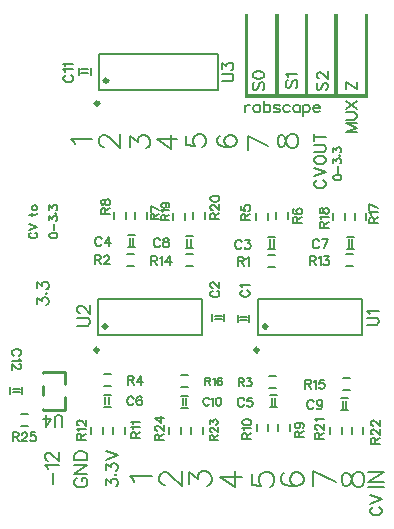
<source format=gto>
G04 Layer: TopSilkscreenLayer*
G04 Panelize: , Column: 5, Row: 1, Board Size: 33mm x 44.75mm, Panelized Board Size: 173mm x 44.75mm*
G04 EasyEDA v6.5.51, 2025-08-29 13:19:12*
G04 ee4e1d7ef05e477ab0e75e15892c94f3,14c8f2514d444a3a831de9b613ea4171,10*
G04 Gerber Generator version 0.2*
G04 Scale: 100 percent, Rotated: No, Reflected: No *
G04 Dimensions in millimeters *
G04 leading zeros omitted , absolute positions ,4 integer and 5 decimal *
%FSLAX45Y45*%
%MOMM*%

%ADD10C,0.1600*%
%ADD11C,0.1500*%
%ADD12C,0.1700*%
%ADD13C,0.2032*%
%ADD14C,0.1300*%
%ADD15C,0.1524*%
%ADD16C,0.0186*%
%ADD17C,0.1530*%
%ADD18C,0.2540*%
%ADD19C,0.3000*%

%LPD*%
D10*
X484438Y-3309922D02*
G01*
X484438Y-3211878D01*
X440750Y-3175810D02*
G01*
X435162Y-3164888D01*
X418906Y-3148632D01*
X533460Y-3148632D01*
X446084Y-3106976D02*
G01*
X440750Y-3106976D01*
X429828Y-3101642D01*
X424240Y-3096054D01*
X418906Y-3085386D01*
X418906Y-3063542D01*
X424240Y-3052620D01*
X429828Y-3047032D01*
X440750Y-3041698D01*
X451672Y-3041698D01*
X462594Y-3047032D01*
X478850Y-3057954D01*
X533460Y-3112564D01*
X533460Y-3036110D01*
D11*
X691288Y-3253262D02*
G01*
X680366Y-3258596D01*
X669444Y-3269518D01*
X663856Y-3280440D01*
X663856Y-3302284D01*
X669444Y-3313206D01*
X680366Y-3324128D01*
X691288Y-3329462D01*
X707544Y-3335050D01*
X734722Y-3335050D01*
X751232Y-3329462D01*
X762154Y-3324128D01*
X773076Y-3313206D01*
X778410Y-3302284D01*
X778410Y-3280440D01*
X773076Y-3269518D01*
X762154Y-3258596D01*
X751232Y-3253262D01*
X734722Y-3253262D01*
X734722Y-3280440D02*
G01*
X734722Y-3253262D01*
X663856Y-3217194D02*
G01*
X778410Y-3217194D01*
X663856Y-3217194D02*
G01*
X778410Y-3140740D01*
X663856Y-3140740D02*
G01*
X778410Y-3140740D01*
X663856Y-3104926D02*
G01*
X778410Y-3104926D01*
X663856Y-3104926D02*
G01*
X663856Y-3066572D01*
X669444Y-3050316D01*
X680366Y-3039394D01*
X691288Y-3033806D01*
X707544Y-3028472D01*
X734722Y-3028472D01*
X751232Y-3033806D01*
X762154Y-3039394D01*
X773076Y-3050316D01*
X778410Y-3066572D01*
X778410Y-3104926D01*
D12*
X939063Y-3315906D02*
G01*
X939063Y-3265868D01*
X975385Y-3293300D01*
X975385Y-3279584D01*
X979957Y-3270440D01*
X984529Y-3265868D01*
X998245Y-3261296D01*
X1007389Y-3261296D01*
X1020851Y-3265868D01*
X1029995Y-3275012D01*
X1034567Y-3288728D01*
X1034567Y-3302190D01*
X1029995Y-3315906D01*
X1025423Y-3320478D01*
X1016279Y-3325050D01*
X1011707Y-3226752D02*
G01*
X1016279Y-3231324D01*
X1020851Y-3226752D01*
X1016279Y-3222180D01*
X1011707Y-3226752D01*
X939063Y-3183064D02*
G01*
X939063Y-3133280D01*
X975385Y-3160458D01*
X975385Y-3146742D01*
X979957Y-3137598D01*
X984529Y-3133280D01*
X998245Y-3128708D01*
X1007389Y-3128708D01*
X1020851Y-3133280D01*
X1029995Y-3142170D01*
X1034567Y-3155886D01*
X1034567Y-3169602D01*
X1029995Y-3183064D01*
X1025423Y-3187636D01*
X1016279Y-3192208D01*
X939063Y-3098736D02*
G01*
X1034567Y-3062160D01*
X939063Y-3025838D02*
G01*
X1034567Y-3062160D01*
D13*
X1174564Y-3284888D02*
G01*
X1165420Y-3266854D01*
X1138242Y-3239422D01*
X1328996Y-3239422D01*
X1433708Y-3315794D02*
G01*
X1424564Y-3315794D01*
X1406276Y-3306904D01*
X1397386Y-3297760D01*
X1388242Y-3279472D01*
X1388242Y-3243150D01*
X1397386Y-3224862D01*
X1406276Y-3215972D01*
X1424564Y-3206828D01*
X1442598Y-3206828D01*
X1460886Y-3215972D01*
X1488064Y-3234006D01*
X1578996Y-3324938D01*
X1578996Y-3197684D01*
X1638165Y-3306726D02*
G01*
X1638165Y-3206904D01*
X1710809Y-3261260D01*
X1710809Y-3234082D01*
X1719953Y-3215794D01*
X1729097Y-3206904D01*
X1756275Y-3197760D01*
X1774563Y-3197760D01*
X1801741Y-3206904D01*
X1820029Y-3224938D01*
X1829173Y-3252370D01*
X1829173Y-3279548D01*
X1820029Y-3306726D01*
X1810885Y-3315870D01*
X1792597Y-3325014D01*
X1898241Y-3244082D02*
G01*
X2025495Y-3335014D01*
X2025495Y-3198616D01*
X1898241Y-3244082D02*
G01*
X2088995Y-3244082D01*
X675995Y-429874D02*
G01*
X667867Y-413618D01*
X643483Y-388980D01*
X815187Y-388980D01*
X919284Y-451871D02*
G01*
X911156Y-451871D01*
X894646Y-443743D01*
X886518Y-435361D01*
X878390Y-419105D01*
X878390Y-386339D01*
X886518Y-370083D01*
X894646Y-361701D01*
X911156Y-353573D01*
X927412Y-353573D01*
X943922Y-361701D01*
X968306Y-378211D01*
X1050094Y-459999D01*
X1050094Y-345445D01*
X1138298Y-448543D02*
G01*
X1138298Y-358627D01*
X1203830Y-407649D01*
X1203830Y-383265D01*
X1211958Y-366755D01*
X1220086Y-358627D01*
X1244724Y-350499D01*
X1260980Y-350499D01*
X1285618Y-358627D01*
X1301874Y-374883D01*
X1310256Y-399521D01*
X1310256Y-424159D01*
X1301874Y-448543D01*
X1293746Y-456671D01*
X1277490Y-465053D01*
X1368389Y-388256D02*
G01*
X1482943Y-470044D01*
X1482943Y-347362D01*
X1368389Y-388256D02*
G01*
X1540093Y-388256D01*
X1613387Y-356892D02*
G01*
X1613387Y-438680D01*
X1687047Y-446808D01*
X1678919Y-438680D01*
X1670537Y-414042D01*
X1670537Y-389658D01*
X1678919Y-365020D01*
X1695175Y-348510D01*
X1719813Y-340382D01*
X1736069Y-340382D01*
X1760707Y-348510D01*
X1776963Y-365020D01*
X1785091Y-389658D01*
X1785091Y-414042D01*
X1776963Y-438680D01*
X1768835Y-446808D01*
X1752325Y-454936D01*
X1897946Y-356781D02*
G01*
X1881436Y-364909D01*
X1873308Y-389547D01*
X1873308Y-405803D01*
X1881436Y-430441D01*
X1906074Y-446697D01*
X1946968Y-455079D01*
X1987862Y-455079D01*
X2020628Y-446697D01*
X2036884Y-430441D01*
X2045266Y-405803D01*
X2045266Y-397675D01*
X2036884Y-373291D01*
X2020628Y-356781D01*
X1995990Y-348653D01*
X1987862Y-348653D01*
X1963478Y-356781D01*
X1946968Y-373291D01*
X1938840Y-397675D01*
X1938840Y-405803D01*
X1946968Y-430441D01*
X1963478Y-446697D01*
X1987862Y-455079D01*
X2138309Y-360334D02*
G01*
X2310267Y-442376D01*
X2138309Y-474888D02*
G01*
X2138309Y-360334D01*
X2388308Y-418990D02*
G01*
X2396436Y-443628D01*
X2412946Y-451756D01*
X2429202Y-451756D01*
X2445712Y-443628D01*
X2453840Y-427372D01*
X2461968Y-394606D01*
X2470096Y-369968D01*
X2486606Y-353712D01*
X2502862Y-345330D01*
X2527500Y-345330D01*
X2543756Y-353712D01*
X2551884Y-361840D01*
X2560266Y-386478D01*
X2560266Y-418990D01*
X2551884Y-443628D01*
X2543756Y-451756D01*
X2527500Y-459884D01*
X2502862Y-459884D01*
X2486606Y-451756D01*
X2470096Y-435500D01*
X2461968Y-410862D01*
X2453840Y-378096D01*
X2445712Y-361840D01*
X2429202Y-353712D01*
X2412946Y-353712D01*
X2396436Y-361840D01*
X2388308Y-386478D01*
X2388308Y-418990D01*
X2168240Y-3221022D02*
G01*
X2168240Y-3311700D01*
X2250028Y-3320844D01*
X2240884Y-3311700D01*
X2231740Y-3284522D01*
X2231740Y-3257344D01*
X2240884Y-3229912D01*
X2259172Y-3211878D01*
X2286350Y-3202734D01*
X2304638Y-3202734D01*
X2331816Y-3211878D01*
X2350104Y-3229912D01*
X2358994Y-3257344D01*
X2358994Y-3284522D01*
X2350104Y-3311700D01*
X2340960Y-3320844D01*
X2322672Y-3329988D01*
X2445418Y-3215845D02*
G01*
X2427384Y-3224989D01*
X2418240Y-3252167D01*
X2418240Y-3270455D01*
X2427384Y-3297633D01*
X2454562Y-3315921D01*
X2500028Y-3325065D01*
X2545494Y-3325065D01*
X2581816Y-3315921D01*
X2600104Y-3297633D01*
X2608994Y-3270455D01*
X2608994Y-3261311D01*
X2600104Y-3234133D01*
X2581816Y-3215845D01*
X2554638Y-3206701D01*
X2545494Y-3206701D01*
X2518062Y-3215845D01*
X2500028Y-3234133D01*
X2490884Y-3261311D01*
X2490884Y-3270455D01*
X2500028Y-3297633D01*
X2518062Y-3315921D01*
X2545494Y-3325065D01*
X2688239Y-3197811D02*
G01*
X2878993Y-3288743D01*
X2688239Y-3325065D02*
G01*
X2688239Y-3197811D01*
X2933156Y-3284491D02*
G01*
X2942300Y-3311923D01*
X2960334Y-3320813D01*
X2978622Y-3320813D01*
X2996910Y-3311923D01*
X3005800Y-3293635D01*
X3014944Y-3257313D01*
X3024088Y-3229881D01*
X3042376Y-3211847D01*
X3060410Y-3202703D01*
X3087588Y-3202703D01*
X3105876Y-3211847D01*
X3115020Y-3220991D01*
X3124164Y-3248169D01*
X3124164Y-3284491D01*
X3115020Y-3311923D01*
X3105876Y-3320813D01*
X3087588Y-3329957D01*
X3060410Y-3329957D01*
X3042376Y-3320813D01*
X3024088Y-3302779D01*
X3014944Y-3275347D01*
X3005800Y-3239025D01*
X2996910Y-3220991D01*
X2978622Y-3211847D01*
X2960334Y-3211847D01*
X2942300Y-3220991D01*
X2933156Y-3248169D01*
X2933156Y-3284491D01*
X2721830Y-731715D02*
G01*
X2712686Y-736287D01*
X2703542Y-745431D01*
X2698970Y-754575D01*
X2698970Y-772609D01*
X2703542Y-781753D01*
X2712686Y-790897D01*
X2721830Y-795469D01*
X2735546Y-800041D01*
X2758152Y-800041D01*
X2771868Y-795469D01*
X2781012Y-790897D01*
X2789902Y-781753D01*
X2794474Y-772609D01*
X2794474Y-754575D01*
X2789902Y-745431D01*
X2781012Y-736287D01*
X2771868Y-731715D01*
X2698970Y-701743D02*
G01*
X2794474Y-665421D01*
X2698970Y-629099D02*
G01*
X2794474Y-665421D01*
X2698970Y-571695D02*
G01*
X2703542Y-580839D01*
X2712686Y-589983D01*
X2721830Y-594555D01*
X2735546Y-599127D01*
X2758152Y-599127D01*
X2771868Y-594555D01*
X2781012Y-589983D01*
X2789902Y-580839D01*
X2794474Y-571695D01*
X2794474Y-553661D01*
X2789902Y-544517D01*
X2781012Y-535373D01*
X2771868Y-530801D01*
X2758152Y-526229D01*
X2735546Y-526229D01*
X2721830Y-530801D01*
X2712686Y-535373D01*
X2703542Y-544517D01*
X2698970Y-553661D01*
X2698970Y-571695D01*
X2698970Y-496257D02*
G01*
X2767296Y-496257D01*
X2781012Y-491685D01*
X2789902Y-482795D01*
X2794474Y-469079D01*
X2794474Y-459935D01*
X2789902Y-446473D01*
X2781012Y-437329D01*
X2767296Y-432757D01*
X2698970Y-432757D01*
X2698970Y-370781D02*
G01*
X2794474Y-370781D01*
X2698970Y-402785D02*
G01*
X2698970Y-339031D01*
X3153740Y-3334969D02*
G01*
X3287344Y-3334969D01*
X3153740Y-3293059D02*
G01*
X3287344Y-3293059D01*
X3153740Y-3293059D02*
G01*
X3287344Y-3203905D01*
X3153740Y-3203905D02*
G01*
X3287344Y-3203905D01*
X354185Y-1781009D02*
G01*
X354185Y-1730971D01*
X390507Y-1758149D01*
X390507Y-1744433D01*
X395079Y-1735543D01*
X399651Y-1730971D01*
X413113Y-1726399D01*
X422257Y-1726399D01*
X435973Y-1730971D01*
X445117Y-1740115D01*
X449435Y-1753577D01*
X449435Y-1767293D01*
X445117Y-1781009D01*
X440545Y-1785327D01*
X431401Y-1789899D01*
X426829Y-1691855D02*
G01*
X431401Y-1696427D01*
X435973Y-1691855D01*
X431401Y-1687283D01*
X426829Y-1691855D01*
X354185Y-1648167D02*
G01*
X354185Y-1598129D01*
X390507Y-1625561D01*
X390507Y-1611845D01*
X395079Y-1602701D01*
X399651Y-1598129D01*
X413113Y-1593557D01*
X422257Y-1593557D01*
X435973Y-1598129D01*
X445117Y-1607273D01*
X449435Y-1620989D01*
X449435Y-1634451D01*
X445117Y-1648167D01*
X440545Y-1652739D01*
X431401Y-1657311D01*
D14*
X300405Y-1177396D02*
G01*
X293801Y-1180444D01*
X287451Y-1186794D01*
X284403Y-1193144D01*
X284403Y-1205844D01*
X287451Y-1212194D01*
X293801Y-1218544D01*
X300405Y-1221846D01*
X309803Y-1224894D01*
X325805Y-1224894D01*
X335203Y-1221846D01*
X341553Y-1218544D01*
X347903Y-1212194D01*
X351205Y-1205844D01*
X351205Y-1193144D01*
X347903Y-1186794D01*
X341553Y-1180444D01*
X335203Y-1177396D01*
X284403Y-1156314D02*
G01*
X351205Y-1130914D01*
X284403Y-1105260D02*
G01*
X351205Y-1130914D01*
X284403Y-1025758D02*
G01*
X338505Y-1025758D01*
X347903Y-1022710D01*
X351205Y-1016360D01*
X351205Y-1010010D01*
X306755Y-1035410D02*
G01*
X306755Y-1013058D01*
X306755Y-972926D02*
G01*
X309803Y-979276D01*
X316153Y-985626D01*
X325805Y-988928D01*
X332155Y-988928D01*
X341553Y-985626D01*
X347903Y-979276D01*
X351205Y-972926D01*
X351205Y-963528D01*
X347903Y-957178D01*
X341553Y-950828D01*
X332155Y-947526D01*
X325805Y-947526D01*
X316153Y-950828D01*
X309803Y-957178D01*
X306755Y-963528D01*
X306755Y-972926D01*
X455853Y-1205844D02*
G01*
X459155Y-1215496D01*
X468807Y-1221846D01*
X484555Y-1224894D01*
X494207Y-1224894D01*
X509955Y-1221846D01*
X519607Y-1215496D01*
X522909Y-1205844D01*
X522909Y-1199494D01*
X519607Y-1190096D01*
X509955Y-1183746D01*
X494207Y-1180444D01*
X484555Y-1180444D01*
X468807Y-1183746D01*
X459155Y-1190096D01*
X455853Y-1199494D01*
X455853Y-1205844D01*
X494207Y-1159362D02*
G01*
X494207Y-1102212D01*
X455853Y-1074780D02*
G01*
X455853Y-1039728D01*
X481507Y-1059032D01*
X481507Y-1049380D01*
X484555Y-1043030D01*
X487857Y-1039728D01*
X497255Y-1036680D01*
X503605Y-1036680D01*
X513257Y-1039728D01*
X519607Y-1046078D01*
X522909Y-1055730D01*
X522909Y-1065382D01*
X519607Y-1074780D01*
X516305Y-1078082D01*
X509955Y-1081130D01*
X506907Y-1012550D02*
G01*
X509955Y-1015598D01*
X513257Y-1012550D01*
X509955Y-1009248D01*
X506907Y-1012550D01*
X455853Y-981816D02*
G01*
X455853Y-947018D01*
X481507Y-966068D01*
X481507Y-956416D01*
X484555Y-950066D01*
X487857Y-947018D01*
X497255Y-943716D01*
X503605Y-943716D01*
X513257Y-947018D01*
X519607Y-953368D01*
X522909Y-962766D01*
X522909Y-972418D01*
X519607Y-981816D01*
X516305Y-985118D01*
X509955Y-988166D01*
X2859443Y-716023D02*
G01*
X2862491Y-725421D01*
X2872143Y-731771D01*
X2887891Y-735073D01*
X2897543Y-735073D01*
X2913545Y-731771D01*
X2922943Y-725421D01*
X2926245Y-716023D01*
X2926245Y-709419D01*
X2922943Y-700021D01*
X2913545Y-693671D01*
X2897543Y-690369D01*
X2887891Y-690369D01*
X2872143Y-693671D01*
X2862491Y-700021D01*
X2859443Y-709419D01*
X2859443Y-716023D01*
X2897543Y-669541D02*
G01*
X2897543Y-612137D01*
X2859443Y-584705D02*
G01*
X2859443Y-549907D01*
X2884843Y-568957D01*
X2884843Y-559305D01*
X2887891Y-552955D01*
X2891193Y-549907D01*
X2900845Y-546605D01*
X2907195Y-546605D01*
X2916593Y-549907D01*
X2922943Y-556257D01*
X2926245Y-565655D01*
X2926245Y-575307D01*
X2922943Y-584705D01*
X2919895Y-588007D01*
X2913545Y-591055D01*
X2910243Y-522475D02*
G01*
X2913545Y-525523D01*
X2916593Y-522475D01*
X2913545Y-519173D01*
X2910243Y-522475D01*
X2859443Y-491995D02*
G01*
X2859443Y-456943D01*
X2884843Y-475993D01*
X2884843Y-466341D01*
X2887891Y-459991D01*
X2891193Y-456943D01*
X2900845Y-453641D01*
X2907195Y-453641D01*
X2916593Y-456943D01*
X2922943Y-463293D01*
X2926245Y-472945D01*
X2926245Y-482343D01*
X2922943Y-491995D01*
X2919895Y-495043D01*
X2913545Y-498345D01*
X2192738Y93644D02*
G01*
X2183594Y84500D01*
X2179022Y71038D01*
X2179022Y52750D01*
X2183594Y39034D01*
X2192738Y29890D01*
X2201882Y29890D01*
X2210772Y34462D01*
X2215344Y39034D01*
X2219916Y48178D01*
X2229060Y75356D01*
X2233632Y84500D01*
X2238204Y89072D01*
X2247348Y93644D01*
X2260810Y93644D01*
X2269954Y84500D01*
X2274526Y71038D01*
X2274526Y52750D01*
X2269954Y39034D01*
X2260810Y29890D01*
X2179022Y150794D02*
G01*
X2183594Y137332D01*
X2197310Y128188D01*
X2219916Y123616D01*
X2233632Y123616D01*
X2256238Y128188D01*
X2269954Y137332D01*
X2274526Y150794D01*
X2274526Y159938D01*
X2269954Y173654D01*
X2256238Y182798D01*
X2233632Y187370D01*
X2219916Y187370D01*
X2197310Y182798D01*
X2183594Y173654D01*
X2179022Y159938D01*
X2179022Y150794D01*
X2472611Y113591D02*
G01*
X2463721Y104447D01*
X2459149Y90985D01*
X2459149Y72697D01*
X2463721Y58981D01*
X2472611Y50091D01*
X2481755Y50091D01*
X2490899Y54663D01*
X2495471Y58981D01*
X2500043Y68125D01*
X2509187Y95557D01*
X2513759Y104447D01*
X2518077Y109019D01*
X2527221Y113591D01*
X2540937Y113591D01*
X2550081Y104447D01*
X2554653Y90985D01*
X2554653Y72697D01*
X2550081Y58981D01*
X2540937Y50091D01*
X2477183Y143563D02*
G01*
X2472611Y152707D01*
X2459149Y166423D01*
X2554653Y166423D01*
X2732636Y93540D02*
G01*
X2723746Y84650D01*
X2719174Y70934D01*
X2719174Y52646D01*
X2723746Y39184D01*
X2732636Y30040D01*
X2741780Y30040D01*
X2750924Y34612D01*
X2755496Y39184D01*
X2760068Y48074D01*
X2769212Y75506D01*
X2773530Y84650D01*
X2778102Y88968D01*
X2787246Y93540D01*
X2800962Y93540D01*
X2810106Y84650D01*
X2814424Y70934D01*
X2814424Y52646D01*
X2810106Y39184D01*
X2800962Y30040D01*
X2741780Y128084D02*
G01*
X2737208Y128084D01*
X2728064Y132656D01*
X2723746Y137228D01*
X2719174Y146372D01*
X2719174Y164660D01*
X2723746Y173550D01*
X2728064Y178122D01*
X2737208Y182694D01*
X2746352Y182694D01*
X2755496Y178122D01*
X2769212Y168978D01*
X2814424Y123512D01*
X2814424Y187266D01*
X2964185Y-324952D02*
G01*
X3059435Y-324952D01*
X2964185Y-324952D02*
G01*
X3059435Y-288630D01*
X2964185Y-252308D02*
G01*
X3059435Y-288630D01*
X2964185Y-252308D02*
G01*
X3059435Y-252308D01*
X2964185Y-222336D02*
G01*
X3032257Y-222336D01*
X3045973Y-217764D01*
X3055117Y-208620D01*
X3059435Y-194904D01*
X3059435Y-185760D01*
X3055117Y-172298D01*
X3045973Y-163154D01*
X3032257Y-158582D01*
X2964185Y-158582D01*
X2964185Y-128610D02*
G01*
X3059435Y-64856D01*
X2964185Y-64856D02*
G01*
X3059435Y-128610D01*
X2964185Y98719D02*
G01*
X3059435Y34965D01*
X2964185Y34965D02*
G01*
X2964185Y98719D01*
X3059435Y34965D02*
G01*
X3059435Y98719D01*
D13*
X3196927Y-3501852D02*
G01*
X3187783Y-3506424D01*
X3178639Y-3515568D01*
X3174067Y-3524458D01*
X3174067Y-3542746D01*
X3178639Y-3551890D01*
X3187783Y-3560780D01*
X3196927Y-3565352D01*
X3210389Y-3569924D01*
X3233249Y-3569924D01*
X3246711Y-3565352D01*
X3255855Y-3560780D01*
X3264999Y-3551890D01*
X3269571Y-3542746D01*
X3269571Y-3524458D01*
X3264999Y-3515568D01*
X3255855Y-3506424D01*
X3246711Y-3501852D01*
X3174067Y-3471880D02*
G01*
X3269571Y-3435558D01*
X3174067Y-3398982D02*
G01*
X3269571Y-3435558D01*
D11*
X2115098Y-95818D02*
G01*
X2115098Y-159572D01*
X2115098Y-123250D02*
G01*
X2119416Y-109534D01*
X2128560Y-100390D01*
X2137704Y-95818D01*
X2151420Y-95818D01*
X2203998Y-95818D02*
G01*
X2195108Y-100390D01*
X2185964Y-109534D01*
X2181392Y-123250D01*
X2181392Y-132394D01*
X2185964Y-145856D01*
X2195108Y-155000D01*
X2203998Y-159572D01*
X2217714Y-159572D01*
X2226858Y-155000D01*
X2236002Y-145856D01*
X2240320Y-132394D01*
X2240320Y-123250D01*
X2236002Y-109534D01*
X2226858Y-100390D01*
X2217714Y-95818D01*
X2203998Y-95818D01*
X2270546Y-64068D02*
G01*
X2270546Y-159572D01*
X2270546Y-109534D02*
G01*
X2279436Y-100390D01*
X2288580Y-95818D01*
X2302296Y-95818D01*
X2311440Y-100390D01*
X2320330Y-109534D01*
X2324902Y-123250D01*
X2324902Y-132394D01*
X2320330Y-145856D01*
X2311440Y-155000D01*
X2302296Y-159572D01*
X2288580Y-159572D01*
X2279436Y-155000D01*
X2270546Y-145856D01*
X2404912Y-109534D02*
G01*
X2400340Y-100390D01*
X2386878Y-95818D01*
X2373162Y-95818D01*
X2359446Y-100390D01*
X2354874Y-109534D01*
X2359446Y-118678D01*
X2368590Y-123250D01*
X2391450Y-127822D01*
X2400340Y-132394D01*
X2404912Y-141284D01*
X2404912Y-145856D01*
X2400340Y-155000D01*
X2386878Y-159572D01*
X2373162Y-159572D01*
X2359446Y-155000D01*
X2354874Y-145856D01*
X2489494Y-109534D02*
G01*
X2480350Y-100390D01*
X2471460Y-95818D01*
X2457744Y-95818D01*
X2448600Y-100390D01*
X2439456Y-109534D01*
X2434884Y-123250D01*
X2434884Y-132394D01*
X2439456Y-145856D01*
X2448600Y-155000D01*
X2457744Y-159572D01*
X2471460Y-159572D01*
X2480350Y-155000D01*
X2489494Y-145856D01*
X2574076Y-95818D02*
G01*
X2574076Y-159572D01*
X2574076Y-109534D02*
G01*
X2564932Y-100390D01*
X2555788Y-95818D01*
X2542326Y-95818D01*
X2533182Y-100390D01*
X2524038Y-109534D01*
X2519466Y-123250D01*
X2519466Y-132394D01*
X2524038Y-145856D01*
X2533182Y-155000D01*
X2542326Y-159572D01*
X2555788Y-159572D01*
X2564932Y-155000D01*
X2574076Y-145856D01*
X2604048Y-95818D02*
G01*
X2604048Y-191322D01*
X2604048Y-109534D02*
G01*
X2613192Y-100390D01*
X2622336Y-95818D01*
X2635798Y-95818D01*
X2644942Y-100390D01*
X2654086Y-109534D01*
X2658658Y-123250D01*
X2658658Y-132394D01*
X2654086Y-145856D01*
X2644942Y-155000D01*
X2635798Y-159572D01*
X2622336Y-159572D01*
X2613192Y-155000D01*
X2604048Y-145856D01*
X2688630Y-123250D02*
G01*
X2743240Y-123250D01*
X2743240Y-114106D01*
X2738668Y-104962D01*
X2734096Y-100390D01*
X2724952Y-95818D01*
X2711236Y-95818D01*
X2702346Y-100390D01*
X2693202Y-109534D01*
X2688630Y-123250D01*
X2688630Y-132394D01*
X2693202Y-145856D01*
X2702346Y-155000D01*
X2711236Y-159572D01*
X2724952Y-159572D01*
X2734096Y-155000D01*
X2743240Y-145856D01*
D15*
X2092439Y-1665450D02*
G01*
X2085073Y-1669006D01*
X2077961Y-1676372D01*
X2074151Y-1683738D01*
X2074151Y-1698216D01*
X2077961Y-1705328D01*
X2085073Y-1712694D01*
X2092439Y-1716250D01*
X2103361Y-1720060D01*
X2121649Y-1720060D01*
X2132571Y-1716250D01*
X2139683Y-1712694D01*
X2147049Y-1705328D01*
X2150605Y-1698216D01*
X2150605Y-1683738D01*
X2147049Y-1676372D01*
X2139683Y-1669006D01*
X2132571Y-1665450D01*
X2088883Y-1641574D02*
G01*
X2085073Y-1634208D01*
X2074151Y-1623286D01*
X2150605Y-1623286D01*
X1837562Y-1670464D02*
G01*
X1830196Y-1674020D01*
X1822830Y-1681386D01*
X1819275Y-1688752D01*
X1819275Y-1703230D01*
X1822830Y-1710342D01*
X1830196Y-1717708D01*
X1837562Y-1721264D01*
X1848485Y-1725074D01*
X1866519Y-1725074D01*
X1877440Y-1721264D01*
X1884806Y-1717708D01*
X1891919Y-1710342D01*
X1895729Y-1703230D01*
X1895729Y-1688752D01*
X1891919Y-1681386D01*
X1884806Y-1674020D01*
X1877440Y-1670464D01*
X1837562Y-1642778D02*
G01*
X1833753Y-1642778D01*
X1826640Y-1639222D01*
X1822830Y-1635666D01*
X1819275Y-1628300D01*
X1819275Y-1613822D01*
X1822830Y-1606456D01*
X1826640Y-1602900D01*
X1833753Y-1599090D01*
X1841119Y-1599090D01*
X1848485Y-1602900D01*
X1859153Y-1610012D01*
X1895729Y-1646334D01*
X1895729Y-1595534D01*
X2084631Y-1257335D02*
G01*
X2080821Y-1250223D01*
X2073709Y-1242857D01*
X2066343Y-1239301D01*
X2051865Y-1239301D01*
X2044499Y-1242857D01*
X2037387Y-1250223D01*
X2033577Y-1257335D01*
X2030021Y-1268257D01*
X2030021Y-1286545D01*
X2033577Y-1297467D01*
X2037387Y-1304833D01*
X2044499Y-1311945D01*
X2051865Y-1315755D01*
X2066343Y-1315755D01*
X2073709Y-1311945D01*
X2080821Y-1304833D01*
X2084631Y-1297467D01*
X2115873Y-1239301D02*
G01*
X2155751Y-1239301D01*
X2133907Y-1268257D01*
X2144829Y-1268257D01*
X2152195Y-1272067D01*
X2155751Y-1275623D01*
X2159561Y-1286545D01*
X2159561Y-1293911D01*
X2155751Y-1304833D01*
X2148639Y-1311945D01*
X2137717Y-1315755D01*
X2126795Y-1315755D01*
X2115873Y-1311945D01*
X2112063Y-1308389D01*
X2108507Y-1301023D01*
X899660Y-1232377D02*
G01*
X895850Y-1225011D01*
X888738Y-1217899D01*
X881372Y-1214089D01*
X866894Y-1214089D01*
X859528Y-1217899D01*
X852416Y-1225011D01*
X848606Y-1232377D01*
X845050Y-1243299D01*
X845050Y-1261333D01*
X848606Y-1272255D01*
X852416Y-1279621D01*
X859528Y-1286987D01*
X866894Y-1290543D01*
X881372Y-1290543D01*
X888738Y-1286987D01*
X895850Y-1279621D01*
X899660Y-1272255D01*
X959858Y-1214089D02*
G01*
X923536Y-1265143D01*
X978146Y-1265143D01*
X959858Y-1214089D02*
G01*
X959858Y-1290543D01*
X2104506Y-2592336D02*
G01*
X2100950Y-2585224D01*
X2093584Y-2577858D01*
X2086472Y-2574302D01*
X2071740Y-2574302D01*
X2064628Y-2577858D01*
X2057262Y-2585224D01*
X2053706Y-2592336D01*
X2049896Y-2603258D01*
X2049896Y-2621546D01*
X2053706Y-2632468D01*
X2057262Y-2639834D01*
X2064628Y-2646946D01*
X2071740Y-2650756D01*
X2086472Y-2650756D01*
X2093584Y-2646946D01*
X2100950Y-2639834D01*
X2104506Y-2632468D01*
X2172070Y-2574302D02*
G01*
X2135748Y-2574302D01*
X2132192Y-2607068D01*
X2135748Y-2603258D01*
X2146670Y-2599702D01*
X2157592Y-2599702D01*
X2168514Y-2603258D01*
X2175880Y-2610624D01*
X2179436Y-2621546D01*
X2179436Y-2628912D01*
X2175880Y-2639834D01*
X2168514Y-2646946D01*
X2157592Y-2650756D01*
X2146670Y-2650756D01*
X2135748Y-2646946D01*
X2132192Y-2643390D01*
X2128636Y-2636024D01*
X1169456Y-2582435D02*
G01*
X1165900Y-2575069D01*
X1158534Y-2567957D01*
X1151422Y-2564147D01*
X1136690Y-2564147D01*
X1129578Y-2567957D01*
X1122212Y-2575069D01*
X1118656Y-2582435D01*
X1115100Y-2593357D01*
X1115100Y-2611645D01*
X1118656Y-2622567D01*
X1122212Y-2629679D01*
X1129578Y-2637045D01*
X1136690Y-2640601D01*
X1151422Y-2640601D01*
X1158534Y-2637045D01*
X1165900Y-2629679D01*
X1169456Y-2622567D01*
X1237274Y-2575069D02*
G01*
X1233464Y-2567957D01*
X1222542Y-2564147D01*
X1215430Y-2564147D01*
X1204508Y-2567957D01*
X1197142Y-2578879D01*
X1193586Y-2596913D01*
X1193586Y-2615201D01*
X1197142Y-2629679D01*
X1204508Y-2637045D01*
X1215430Y-2640601D01*
X1218986Y-2640601D01*
X1229908Y-2637045D01*
X1237274Y-2629679D01*
X1240830Y-2618757D01*
X1240830Y-2615201D01*
X1237274Y-2604279D01*
X1229908Y-2596913D01*
X1218986Y-2593357D01*
X1215430Y-2593357D01*
X1204508Y-2596913D01*
X1197142Y-2604279D01*
X1193586Y-2615201D01*
X1394538Y-1242456D02*
G01*
X1390982Y-1235090D01*
X1383616Y-1227978D01*
X1376504Y-1224168D01*
X1361772Y-1224168D01*
X1354660Y-1227978D01*
X1347294Y-1235090D01*
X1343738Y-1242456D01*
X1340182Y-1253378D01*
X1340182Y-1271412D01*
X1343738Y-1282334D01*
X1347294Y-1289700D01*
X1354660Y-1297066D01*
X1361772Y-1300622D01*
X1376504Y-1300622D01*
X1383616Y-1297066D01*
X1390982Y-1289700D01*
X1394538Y-1282334D01*
X1436702Y-1224168D02*
G01*
X1425780Y-1227978D01*
X1422224Y-1235090D01*
X1422224Y-1242456D01*
X1425780Y-1249822D01*
X1433146Y-1253378D01*
X1447624Y-1256934D01*
X1458546Y-1260744D01*
X1465912Y-1267856D01*
X1469468Y-1275222D01*
X1469468Y-1286144D01*
X1465912Y-1293256D01*
X1462356Y-1297066D01*
X1451434Y-1300622D01*
X1436702Y-1300622D01*
X1425780Y-1297066D01*
X1422224Y-1293256D01*
X1418668Y-1286144D01*
X1418668Y-1275222D01*
X1422224Y-1267856D01*
X1429590Y-1260744D01*
X1440512Y-1256934D01*
X1454990Y-1253378D01*
X1462356Y-1249822D01*
X1465912Y-1242456D01*
X1465912Y-1235090D01*
X1462356Y-1227978D01*
X1451434Y-1224168D01*
X1436702Y-1224168D01*
X2694480Y-2612509D02*
G01*
X2690924Y-2605143D01*
X2683558Y-2598031D01*
X2676446Y-2594221D01*
X2661714Y-2594221D01*
X2654602Y-2598031D01*
X2647236Y-2605143D01*
X2643680Y-2612509D01*
X2639870Y-2623431D01*
X2639870Y-2641465D01*
X2643680Y-2652387D01*
X2647236Y-2659753D01*
X2654602Y-2667119D01*
X2661714Y-2670675D01*
X2676446Y-2670675D01*
X2683558Y-2667119D01*
X2690924Y-2659753D01*
X2694480Y-2652387D01*
X2765854Y-2619621D02*
G01*
X2762298Y-2630543D01*
X2754932Y-2637909D01*
X2744010Y-2641465D01*
X2740454Y-2641465D01*
X2729532Y-2637909D01*
X2722166Y-2630543D01*
X2718610Y-2619621D01*
X2718610Y-2616065D01*
X2722166Y-2605143D01*
X2729532Y-2598031D01*
X2740454Y-2594221D01*
X2744010Y-2594221D01*
X2754932Y-2598031D01*
X2762298Y-2605143D01*
X2765854Y-2619621D01*
X2765854Y-2637909D01*
X2762298Y-2656197D01*
X2754932Y-2667119D01*
X2744010Y-2670675D01*
X2736644Y-2670675D01*
X2725722Y-2667119D01*
X2722166Y-2659753D01*
X1807850Y-2590233D02*
G01*
X1804548Y-2583883D01*
X1798198Y-2577533D01*
X1791848Y-2574485D01*
X1779148Y-2574485D01*
X1772798Y-2577533D01*
X1766448Y-2583883D01*
X1763146Y-2590233D01*
X1760098Y-2599885D01*
X1760098Y-2615633D01*
X1763146Y-2625285D01*
X1766448Y-2631635D01*
X1772798Y-2637985D01*
X1779148Y-2641287D01*
X1791848Y-2641287D01*
X1798198Y-2637985D01*
X1804548Y-2631635D01*
X1807850Y-2625285D01*
X1828678Y-2587185D02*
G01*
X1835028Y-2583883D01*
X1844680Y-2574485D01*
X1844680Y-2641287D01*
X1884812Y-2574485D02*
G01*
X1875160Y-2577533D01*
X1868810Y-2587185D01*
X1865508Y-2602933D01*
X1865508Y-2612585D01*
X1868810Y-2628333D01*
X1875160Y-2637985D01*
X1884812Y-2641287D01*
X1891162Y-2641287D01*
X1900560Y-2637985D01*
X1906910Y-2628333D01*
X1910212Y-2612585D01*
X1910212Y-2602933D01*
X1906910Y-2587185D01*
X1900560Y-2577533D01*
X1891162Y-2574485D01*
X1884812Y-2574485D01*
X594707Y156441D02*
G01*
X586579Y152377D01*
X578197Y143995D01*
X574133Y135867D01*
X574133Y119611D01*
X578197Y111483D01*
X586579Y103101D01*
X594707Y99037D01*
X606899Y94973D01*
X627473Y94973D01*
X639665Y99037D01*
X647793Y103101D01*
X655921Y111483D01*
X659985Y119611D01*
X659985Y135867D01*
X655921Y143995D01*
X647793Y152377D01*
X639665Y156441D01*
X590643Y183365D02*
G01*
X586579Y191493D01*
X574133Y203939D01*
X659985Y203939D01*
X590643Y230863D02*
G01*
X586579Y238991D01*
X574133Y251183D01*
X659985Y251183D01*
X197451Y-2219655D02*
G01*
X204817Y-2215845D01*
X212183Y-2208733D01*
X215739Y-2201367D01*
X215739Y-2186889D01*
X212183Y-2179523D01*
X204817Y-2172157D01*
X197451Y-2168601D01*
X186529Y-2165045D01*
X168495Y-2165045D01*
X157573Y-2168601D01*
X150207Y-2172157D01*
X143095Y-2179523D01*
X139285Y-2186889D01*
X139285Y-2201367D01*
X143095Y-2208733D01*
X150207Y-2215845D01*
X157573Y-2219655D01*
X201261Y-2243531D02*
G01*
X204817Y-2250897D01*
X215739Y-2261819D01*
X139285Y-2261819D01*
X197451Y-2289251D02*
G01*
X201261Y-2289251D01*
X208373Y-2293061D01*
X212183Y-2296617D01*
X215739Y-2303983D01*
X215739Y-2318461D01*
X212183Y-2325827D01*
X208373Y-2329383D01*
X201261Y-2332939D01*
X193895Y-2332939D01*
X186529Y-2329383D01*
X175607Y-2322017D01*
X139285Y-2285695D01*
X139285Y-2336749D01*
X2050061Y-1384167D02*
G01*
X2050061Y-1460621D01*
X2050061Y-1384167D02*
G01*
X2082827Y-1384167D01*
X2093749Y-1387977D01*
X2097305Y-1391533D01*
X2100861Y-1398899D01*
X2100861Y-1406011D01*
X2097305Y-1413377D01*
X2093749Y-1416933D01*
X2082827Y-1420743D01*
X2050061Y-1420743D01*
X2075461Y-1420743D02*
G01*
X2100861Y-1460621D01*
X2124991Y-1398899D02*
G01*
X2132103Y-1395089D01*
X2143025Y-1384167D01*
X2143025Y-1460621D01*
X840049Y-1369326D02*
G01*
X840049Y-1445526D01*
X840049Y-1369326D02*
G01*
X872815Y-1369326D01*
X883737Y-1372882D01*
X887293Y-1376438D01*
X890849Y-1383804D01*
X890849Y-1391170D01*
X887293Y-1398282D01*
X883737Y-1402092D01*
X872815Y-1405648D01*
X840049Y-1405648D01*
X865449Y-1405648D02*
G01*
X890849Y-1445526D01*
X918535Y-1387360D02*
G01*
X918535Y-1383804D01*
X922091Y-1376438D01*
X925901Y-1372882D01*
X933013Y-1369326D01*
X947745Y-1369326D01*
X954857Y-1372882D01*
X958667Y-1376438D01*
X962223Y-1383804D01*
X962223Y-1391170D01*
X958667Y-1398282D01*
X951301Y-1409204D01*
X914979Y-1445526D01*
X965779Y-1445526D01*
X2060072Y-2409357D02*
G01*
X2060072Y-2476159D01*
X2060072Y-2409357D02*
G01*
X2088520Y-2409357D01*
X2098172Y-2412659D01*
X2101474Y-2415707D01*
X2104522Y-2422057D01*
X2104522Y-2428407D01*
X2101474Y-2434757D01*
X2098172Y-2438059D01*
X2088520Y-2441107D01*
X2060072Y-2441107D01*
X2082170Y-2441107D02*
G01*
X2104522Y-2476159D01*
X2131954Y-2409357D02*
G01*
X2167006Y-2409357D01*
X2147702Y-2434757D01*
X2157354Y-2434757D01*
X2163704Y-2438059D01*
X2167006Y-2441107D01*
X2170054Y-2450759D01*
X2170054Y-2457109D01*
X2167006Y-2466507D01*
X2160656Y-2473111D01*
X2151004Y-2476159D01*
X2141352Y-2476159D01*
X2131954Y-2473111D01*
X2128652Y-2469809D01*
X2125604Y-2463459D01*
X1120023Y-2389146D02*
G01*
X1120023Y-2465600D01*
X1120023Y-2389146D02*
G01*
X1152789Y-2389146D01*
X1163711Y-2392956D01*
X1167267Y-2396512D01*
X1170823Y-2403878D01*
X1170823Y-2410990D01*
X1167267Y-2418356D01*
X1163711Y-2421912D01*
X1152789Y-2425722D01*
X1120023Y-2425722D01*
X1145423Y-2425722D02*
G01*
X1170823Y-2465600D01*
X1231275Y-2389146D02*
G01*
X1194953Y-2440200D01*
X1249563Y-2440200D01*
X1231275Y-2389146D02*
G01*
X1231275Y-2465600D01*
X2079147Y-1069896D02*
G01*
X2155601Y-1069896D01*
X2079147Y-1069896D02*
G01*
X2079147Y-1037384D01*
X2082957Y-1026462D01*
X2086513Y-1022652D01*
X2093879Y-1019096D01*
X2100991Y-1019096D01*
X2108357Y-1022652D01*
X2111913Y-1026462D01*
X2115723Y-1037384D01*
X2115723Y-1069896D01*
X2115723Y-1044496D02*
G01*
X2155601Y-1019096D01*
X2079147Y-951532D02*
G01*
X2079147Y-987854D01*
X2111913Y-991410D01*
X2108357Y-987854D01*
X2104801Y-976932D01*
X2104801Y-966010D01*
X2108357Y-955088D01*
X2115723Y-947722D01*
X2126645Y-944166D01*
X2133757Y-944166D01*
X2144679Y-947722D01*
X2152045Y-955088D01*
X2155601Y-966010D01*
X2155601Y-976932D01*
X2152045Y-987854D01*
X2148235Y-991410D01*
X2141123Y-994966D01*
X2519248Y-1094872D02*
G01*
X2595702Y-1094872D01*
X2519248Y-1094872D02*
G01*
X2519248Y-1062360D01*
X2522804Y-1051438D01*
X2526614Y-1047628D01*
X2533726Y-1044072D01*
X2541092Y-1044072D01*
X2548458Y-1047628D01*
X2552014Y-1051438D01*
X2555570Y-1062360D01*
X2555570Y-1094872D01*
X2555570Y-1069472D02*
G01*
X2595702Y-1044072D01*
X2530170Y-976508D02*
G01*
X2522804Y-980064D01*
X2519248Y-990986D01*
X2519248Y-998352D01*
X2522804Y-1009274D01*
X2533726Y-1016386D01*
X2552014Y-1020196D01*
X2570302Y-1020196D01*
X2584780Y-1016386D01*
X2591892Y-1009274D01*
X2595702Y-998352D01*
X2595702Y-994542D01*
X2591892Y-983620D01*
X2584780Y-976508D01*
X2573858Y-972698D01*
X2570302Y-972698D01*
X2559380Y-976508D01*
X2552014Y-983620D01*
X2548458Y-994542D01*
X2548458Y-998352D01*
X2552014Y-1009274D01*
X2559380Y-1016386D01*
X2570302Y-1020196D01*
X1314460Y-1065039D02*
G01*
X1381262Y-1065039D01*
X1314460Y-1065039D02*
G01*
X1314460Y-1036337D01*
X1317508Y-1026939D01*
X1320810Y-1023637D01*
X1327160Y-1020335D01*
X1333510Y-1020335D01*
X1339860Y-1023637D01*
X1342908Y-1026939D01*
X1346210Y-1036337D01*
X1346210Y-1065039D01*
X1346210Y-1042687D02*
G01*
X1381262Y-1020335D01*
X1314460Y-954803D02*
G01*
X1381262Y-986807D01*
X1314460Y-999507D02*
G01*
X1314460Y-954803D01*
X894252Y-1020099D02*
G01*
X970706Y-1020099D01*
X894252Y-1020099D02*
G01*
X894252Y-987333D01*
X897808Y-976411D01*
X901618Y-972601D01*
X908730Y-969045D01*
X916096Y-969045D01*
X923462Y-972601D01*
X927018Y-976411D01*
X930574Y-987333D01*
X930574Y-1020099D01*
X930574Y-994445D02*
G01*
X970706Y-969045D01*
X894252Y-926881D02*
G01*
X897808Y-937803D01*
X905174Y-941359D01*
X912540Y-941359D01*
X919652Y-937803D01*
X923462Y-930437D01*
X927018Y-915959D01*
X930574Y-905037D01*
X937940Y-897925D01*
X945306Y-894115D01*
X955974Y-894115D01*
X963340Y-897925D01*
X966896Y-901481D01*
X970706Y-912403D01*
X970706Y-926881D01*
X966896Y-937803D01*
X963340Y-941359D01*
X955974Y-945169D01*
X945306Y-945169D01*
X937940Y-941359D01*
X930574Y-934247D01*
X927018Y-923325D01*
X923462Y-908847D01*
X919652Y-901481D01*
X912540Y-897925D01*
X905174Y-897925D01*
X897808Y-901481D01*
X894252Y-912403D01*
X894252Y-926881D01*
X2534323Y-2910075D02*
G01*
X2610523Y-2910075D01*
X2534323Y-2910075D02*
G01*
X2534323Y-2877309D01*
X2537879Y-2866387D01*
X2541435Y-2862831D01*
X2548801Y-2859021D01*
X2556167Y-2859021D01*
X2563279Y-2862831D01*
X2567089Y-2866387D01*
X2570645Y-2877309D01*
X2570645Y-2910075D01*
X2570645Y-2884421D02*
G01*
X2610523Y-2859021D01*
X2559723Y-2787901D02*
G01*
X2570645Y-2791457D01*
X2578011Y-2798823D01*
X2581567Y-2809745D01*
X2581567Y-2813301D01*
X2578011Y-2824223D01*
X2570645Y-2831335D01*
X2559723Y-2835145D01*
X2556167Y-2835145D01*
X2545245Y-2831335D01*
X2537879Y-2824223D01*
X2534323Y-2813301D01*
X2534323Y-2809745D01*
X2537879Y-2798823D01*
X2545245Y-2791457D01*
X2559723Y-2787901D01*
X2578011Y-2787901D01*
X2596045Y-2791457D01*
X2606967Y-2798823D01*
X2610523Y-2809745D01*
X2610523Y-2816857D01*
X2606967Y-2827779D01*
X2599601Y-2831335D01*
X2089241Y-2924909D02*
G01*
X2165695Y-2924909D01*
X2089241Y-2924909D02*
G01*
X2089241Y-2892143D01*
X2092797Y-2881475D01*
X2096607Y-2877665D01*
X2103719Y-2874109D01*
X2111085Y-2874109D01*
X2118451Y-2877665D01*
X2122007Y-2881475D01*
X2125563Y-2892143D01*
X2125563Y-2924909D01*
X2125563Y-2899509D02*
G01*
X2165695Y-2874109D01*
X2103719Y-2849979D02*
G01*
X2100163Y-2842867D01*
X2089241Y-2831945D01*
X2165695Y-2831945D01*
X2089241Y-2785971D02*
G01*
X2092797Y-2796893D01*
X2103719Y-2804259D01*
X2122007Y-2807815D01*
X2132929Y-2807815D01*
X2150963Y-2804259D01*
X2161885Y-2796893D01*
X2165695Y-2785971D01*
X2165695Y-2778859D01*
X2161885Y-2767937D01*
X2150963Y-2760571D01*
X2132929Y-2757015D01*
X2122007Y-2757015D01*
X2103719Y-2760571D01*
X2092797Y-2767937D01*
X2089241Y-2778859D01*
X2089241Y-2785971D01*
X1149327Y-2914919D02*
G01*
X1225527Y-2914919D01*
X1149327Y-2914919D02*
G01*
X1149327Y-2882153D01*
X1152883Y-2871485D01*
X1156439Y-2867675D01*
X1163805Y-2864119D01*
X1171171Y-2864119D01*
X1178283Y-2867675D01*
X1182093Y-2871485D01*
X1185649Y-2882153D01*
X1185649Y-2914919D01*
X1185649Y-2889519D02*
G01*
X1225527Y-2864119D01*
X1163805Y-2839989D02*
G01*
X1160249Y-2832877D01*
X1149327Y-2821955D01*
X1225527Y-2821955D01*
X1163805Y-2797825D02*
G01*
X1160249Y-2790713D01*
X1149327Y-2779791D01*
X1225527Y-2779791D01*
X689251Y-2930095D02*
G01*
X765705Y-2930095D01*
X689251Y-2930095D02*
G01*
X689251Y-2897329D01*
X692807Y-2886407D01*
X696617Y-2882597D01*
X703729Y-2879041D01*
X711095Y-2879041D01*
X718461Y-2882597D01*
X722017Y-2886407D01*
X725573Y-2897329D01*
X725573Y-2930095D01*
X725573Y-2904441D02*
G01*
X765705Y-2879041D01*
X703729Y-2855165D02*
G01*
X700173Y-2847799D01*
X689251Y-2836877D01*
X765705Y-2836877D01*
X707539Y-2809191D02*
G01*
X703729Y-2809191D01*
X696617Y-2805635D01*
X692807Y-2802079D01*
X689251Y-2794713D01*
X689251Y-2780235D01*
X692807Y-2772869D01*
X696617Y-2769313D01*
X703729Y-2765757D01*
X711095Y-2765757D01*
X718461Y-2769313D01*
X729383Y-2776425D01*
X765705Y-2813001D01*
X765705Y-2761947D01*
X2659928Y-1379085D02*
G01*
X2659928Y-1455539D01*
X2659928Y-1379085D02*
G01*
X2692694Y-1379085D01*
X2703616Y-1382895D01*
X2707172Y-1386451D01*
X2710728Y-1393817D01*
X2710728Y-1400929D01*
X2707172Y-1408295D01*
X2703616Y-1411851D01*
X2692694Y-1415661D01*
X2659928Y-1415661D01*
X2685328Y-1415661D02*
G01*
X2710728Y-1455539D01*
X2734858Y-1393817D02*
G01*
X2742224Y-1390007D01*
X2752892Y-1379085D01*
X2752892Y-1455539D01*
X2784388Y-1379085D02*
G01*
X2824266Y-1379085D01*
X2802422Y-1408295D01*
X2813344Y-1408295D01*
X2820710Y-1411851D01*
X2824266Y-1415661D01*
X2827822Y-1426583D01*
X2827822Y-1433695D01*
X2824266Y-1444617D01*
X2816900Y-1451983D01*
X2806232Y-1455539D01*
X2795310Y-1455539D01*
X2784388Y-1451983D01*
X2780578Y-1448173D01*
X2777022Y-1441061D01*
X1320022Y-1379250D02*
G01*
X1320022Y-1455704D01*
X1320022Y-1379250D02*
G01*
X1352788Y-1379250D01*
X1363710Y-1382806D01*
X1367266Y-1386616D01*
X1370822Y-1393728D01*
X1370822Y-1401094D01*
X1367266Y-1408460D01*
X1363710Y-1412016D01*
X1352788Y-1415572D01*
X1320022Y-1415572D01*
X1345422Y-1415572D02*
G01*
X1370822Y-1455704D01*
X1394952Y-1393728D02*
G01*
X1402064Y-1390172D01*
X1412986Y-1379250D01*
X1412986Y-1455704D01*
X1473438Y-1379250D02*
G01*
X1437116Y-1430304D01*
X1491726Y-1430304D01*
X1473438Y-1379250D02*
G01*
X1473438Y-1455704D01*
X2620091Y-2424320D02*
G01*
X2620091Y-2500520D01*
X2620091Y-2424320D02*
G01*
X2652603Y-2424320D01*
X2663525Y-2427876D01*
X2667335Y-2431432D01*
X2670891Y-2438798D01*
X2670891Y-2446164D01*
X2667335Y-2453276D01*
X2663525Y-2457086D01*
X2652603Y-2460642D01*
X2620091Y-2460642D01*
X2645491Y-2460642D02*
G01*
X2670891Y-2500520D01*
X2695021Y-2438798D02*
G01*
X2702133Y-2435242D01*
X2713055Y-2424320D01*
X2713055Y-2500520D01*
X2780619Y-2424320D02*
G01*
X2744297Y-2424320D01*
X2740741Y-2457086D01*
X2744297Y-2453276D01*
X2755219Y-2449720D01*
X2766141Y-2449720D01*
X2777063Y-2453276D01*
X2784429Y-2460642D01*
X2787985Y-2471564D01*
X2787985Y-2478930D01*
X2784429Y-2489598D01*
X2777063Y-2496964D01*
X2766141Y-2500520D01*
X2755219Y-2500520D01*
X2744297Y-2496964D01*
X2740741Y-2493408D01*
X2737185Y-2486042D01*
X1774921Y-2404460D02*
G01*
X1774921Y-2471262D01*
X1774921Y-2404460D02*
G01*
X1803623Y-2404460D01*
X1813275Y-2407508D01*
X1816323Y-2410810D01*
X1819625Y-2417160D01*
X1819625Y-2423510D01*
X1816323Y-2429860D01*
X1813275Y-2432908D01*
X1803623Y-2436210D01*
X1774921Y-2436210D01*
X1797273Y-2436210D02*
G01*
X1819625Y-2471262D01*
X1840453Y-2417160D02*
G01*
X1846803Y-2413858D01*
X1856455Y-2404460D01*
X1856455Y-2471262D01*
X1915637Y-2413858D02*
G01*
X1912335Y-2407508D01*
X1902937Y-2404460D01*
X1896587Y-2404460D01*
X1886935Y-2407508D01*
X1880585Y-2417160D01*
X1877537Y-2432908D01*
X1877537Y-2448910D01*
X1880585Y-2461610D01*
X1886935Y-2467960D01*
X1896587Y-2471262D01*
X1899635Y-2471262D01*
X1909287Y-2467960D01*
X1915637Y-2461610D01*
X1918939Y-2452212D01*
X1918939Y-2448910D01*
X1915637Y-2439258D01*
X1909287Y-2432908D01*
X1899635Y-2429860D01*
X1896587Y-2429860D01*
X1886935Y-2432908D01*
X1880585Y-2439258D01*
X1877537Y-2448910D01*
X3164222Y-1099997D02*
G01*
X3240676Y-1099997D01*
X3164222Y-1099997D02*
G01*
X3164222Y-1067231D01*
X3167778Y-1056309D01*
X3171588Y-1052753D01*
X3178700Y-1049197D01*
X3186066Y-1049197D01*
X3193432Y-1052753D01*
X3196988Y-1056309D01*
X3200544Y-1067231D01*
X3200544Y-1099997D01*
X3200544Y-1074597D02*
G01*
X3240676Y-1049197D01*
X3178700Y-1025067D02*
G01*
X3175144Y-1017701D01*
X3164222Y-1007033D01*
X3240676Y-1007033D01*
X3164222Y-932103D02*
G01*
X3240676Y-968425D01*
X3164222Y-982903D02*
G01*
X3164222Y-932103D01*
X2744249Y-1134897D02*
G01*
X2820703Y-1134897D01*
X2744249Y-1134897D02*
G01*
X2744249Y-1102385D01*
X2747805Y-1091463D01*
X2751615Y-1087653D01*
X2758727Y-1084097D01*
X2766093Y-1084097D01*
X2773459Y-1087653D01*
X2777015Y-1091463D01*
X2780571Y-1102385D01*
X2780571Y-1134897D01*
X2780571Y-1109497D02*
G01*
X2820703Y-1084097D01*
X2758727Y-1059967D02*
G01*
X2755171Y-1052855D01*
X2744249Y-1041933D01*
X2820703Y-1041933D01*
X2744249Y-999769D02*
G01*
X2747805Y-1010691D01*
X2755171Y-1014247D01*
X2762537Y-1014247D01*
X2769649Y-1010691D01*
X2773459Y-1003325D01*
X2777015Y-988847D01*
X2780571Y-977925D01*
X2787937Y-970559D01*
X2795303Y-967003D01*
X2805971Y-967003D01*
X2813337Y-970559D01*
X2816893Y-974369D01*
X2820703Y-985291D01*
X2820703Y-999769D01*
X2816893Y-1010691D01*
X2813337Y-1014247D01*
X2805971Y-1017803D01*
X2795303Y-1017803D01*
X2787937Y-1014247D01*
X2780571Y-1006881D01*
X2777015Y-996213D01*
X2773459Y-981481D01*
X2769649Y-974369D01*
X2762537Y-970559D01*
X2755171Y-970559D01*
X2747805Y-974369D01*
X2744249Y-985291D01*
X2744249Y-999769D01*
X1404459Y-1069947D02*
G01*
X1471261Y-1069947D01*
X1404459Y-1069947D02*
G01*
X1404459Y-1041245D01*
X1407507Y-1031847D01*
X1410809Y-1028545D01*
X1417159Y-1025497D01*
X1423509Y-1025497D01*
X1429859Y-1028545D01*
X1432907Y-1031847D01*
X1436209Y-1041245D01*
X1436209Y-1069947D01*
X1436209Y-1047849D02*
G01*
X1471261Y-1025497D01*
X1417159Y-1004415D02*
G01*
X1413857Y-998065D01*
X1404459Y-988667D01*
X1471261Y-988667D01*
X1426557Y-926183D02*
G01*
X1436209Y-929485D01*
X1442559Y-935835D01*
X1445607Y-945233D01*
X1445607Y-948535D01*
X1442559Y-957933D01*
X1436209Y-964283D01*
X1426557Y-967585D01*
X1423509Y-967585D01*
X1413857Y-964283D01*
X1407507Y-957933D01*
X1404459Y-948535D01*
X1404459Y-945233D01*
X1407507Y-935835D01*
X1413857Y-929485D01*
X1426557Y-926183D01*
X1442559Y-926183D01*
X1458561Y-929485D01*
X1467959Y-935835D01*
X1471261Y-945233D01*
X1471261Y-951583D01*
X1467959Y-961235D01*
X1461609Y-964283D01*
X1819325Y-1064973D02*
G01*
X1895525Y-1064973D01*
X1819325Y-1064973D02*
G01*
X1819325Y-1032207D01*
X1822881Y-1021285D01*
X1826437Y-1017729D01*
X1833803Y-1014173D01*
X1841169Y-1014173D01*
X1848281Y-1017729D01*
X1852091Y-1021285D01*
X1855647Y-1032207D01*
X1855647Y-1064973D01*
X1855647Y-1039573D02*
G01*
X1895525Y-1014173D01*
X1837359Y-986487D02*
G01*
X1833803Y-986487D01*
X1826437Y-982931D01*
X1822881Y-979121D01*
X1819325Y-972009D01*
X1819325Y-957277D01*
X1822881Y-950165D01*
X1826437Y-946355D01*
X1833803Y-942799D01*
X1841169Y-942799D01*
X1848281Y-946355D01*
X1859203Y-953721D01*
X1895525Y-990043D01*
X1895525Y-939243D01*
X1819325Y-893269D02*
G01*
X1822881Y-904191D01*
X1833803Y-911557D01*
X1852091Y-915113D01*
X1863013Y-915113D01*
X1881047Y-911557D01*
X1891969Y-904191D01*
X1895525Y-893269D01*
X1895525Y-886157D01*
X1891969Y-875235D01*
X1881047Y-867869D01*
X1863013Y-864313D01*
X1852091Y-864313D01*
X1833803Y-867869D01*
X1822881Y-875235D01*
X1819325Y-886157D01*
X1819325Y-893269D01*
X2704279Y-2925069D02*
G01*
X2780733Y-2925069D01*
X2704279Y-2925069D02*
G01*
X2704279Y-2892303D01*
X2707835Y-2881381D01*
X2711645Y-2877825D01*
X2718757Y-2874015D01*
X2726123Y-2874015D01*
X2733235Y-2877825D01*
X2737045Y-2881381D01*
X2740601Y-2892303D01*
X2740601Y-2925069D01*
X2740601Y-2899415D02*
G01*
X2780733Y-2874015D01*
X2722567Y-2846329D02*
G01*
X2718757Y-2846329D01*
X2711645Y-2842773D01*
X2707835Y-2839217D01*
X2704279Y-2831851D01*
X2704279Y-2817373D01*
X2707835Y-2810007D01*
X2711645Y-2806451D01*
X2718757Y-2802895D01*
X2726123Y-2802895D01*
X2733235Y-2806451D01*
X2744157Y-2813817D01*
X2780733Y-2850139D01*
X2780733Y-2799085D01*
X2718757Y-2775209D02*
G01*
X2715201Y-2767843D01*
X2704279Y-2756921D01*
X2780733Y-2756921D01*
X3179234Y-2965058D02*
G01*
X3255688Y-2965058D01*
X3179234Y-2965058D02*
G01*
X3179234Y-2932292D01*
X3182790Y-2921370D01*
X3186600Y-2917814D01*
X3193712Y-2914004D01*
X3201078Y-2914004D01*
X3208444Y-2917814D01*
X3212000Y-2921370D01*
X3215556Y-2932292D01*
X3215556Y-2965058D01*
X3215556Y-2939658D02*
G01*
X3255688Y-2914004D01*
X3197522Y-2886572D02*
G01*
X3193712Y-2886572D01*
X3186600Y-2882762D01*
X3182790Y-2879206D01*
X3179234Y-2871840D01*
X3179234Y-2857362D01*
X3182790Y-2849996D01*
X3186600Y-2846440D01*
X3193712Y-2842884D01*
X3201078Y-2842884D01*
X3208444Y-2846440D01*
X3219366Y-2853806D01*
X3255688Y-2890128D01*
X3255688Y-2839074D01*
X3197522Y-2811642D02*
G01*
X3193712Y-2811642D01*
X3186600Y-2807832D01*
X3182790Y-2804276D01*
X3179234Y-2796910D01*
X3179234Y-2782432D01*
X3182790Y-2775066D01*
X3186600Y-2771510D01*
X3193712Y-2767954D01*
X3201078Y-2767954D01*
X3208444Y-2771510D01*
X3219366Y-2778876D01*
X3255688Y-2815198D01*
X3255688Y-2764144D01*
X1814385Y-2935020D02*
G01*
X1881187Y-2935020D01*
X1814385Y-2935020D02*
G01*
X1814385Y-2906318D01*
X1817433Y-2896920D01*
X1820735Y-2893618D01*
X1827085Y-2890570D01*
X1833435Y-2890570D01*
X1839785Y-2893618D01*
X1843087Y-2896920D01*
X1846135Y-2906318D01*
X1846135Y-2935020D01*
X1846135Y-2912668D02*
G01*
X1881187Y-2890570D01*
X1830387Y-2866186D02*
G01*
X1827085Y-2866186D01*
X1820735Y-2863138D01*
X1817433Y-2859836D01*
X1814385Y-2853486D01*
X1814385Y-2840786D01*
X1817433Y-2834436D01*
X1820735Y-2831388D01*
X1827085Y-2828086D01*
X1833435Y-2828086D01*
X1839785Y-2831388D01*
X1849437Y-2837738D01*
X1881187Y-2869488D01*
X1881187Y-2824784D01*
X1814385Y-2797606D02*
G01*
X1814385Y-2762554D01*
X1839785Y-2781604D01*
X1839785Y-2772206D01*
X1843087Y-2765602D01*
X1846135Y-2762554D01*
X1855787Y-2759252D01*
X1862137Y-2759252D01*
X1871535Y-2762554D01*
X1877885Y-2768904D01*
X1881187Y-2778556D01*
X1881187Y-2787954D01*
X1877885Y-2797606D01*
X1874837Y-2800654D01*
X1868487Y-2803956D01*
X1349199Y-2935053D02*
G01*
X1425653Y-2935053D01*
X1349199Y-2935053D02*
G01*
X1349199Y-2902287D01*
X1353009Y-2891365D01*
X1356565Y-2887809D01*
X1363931Y-2883999D01*
X1371043Y-2883999D01*
X1378409Y-2887809D01*
X1381965Y-2891365D01*
X1385521Y-2902287D01*
X1385521Y-2935053D01*
X1385521Y-2909653D02*
G01*
X1425653Y-2883999D01*
X1367487Y-2856567D02*
G01*
X1363931Y-2856567D01*
X1356565Y-2852757D01*
X1353009Y-2849201D01*
X1349199Y-2841835D01*
X1349199Y-2827357D01*
X1353009Y-2819991D01*
X1356565Y-2816435D01*
X1363931Y-2812879D01*
X1371043Y-2812879D01*
X1378409Y-2816435D01*
X1389331Y-2823801D01*
X1425653Y-2860123D01*
X1425653Y-2809069D01*
X1349199Y-2748871D02*
G01*
X1400253Y-2785193D01*
X1400253Y-2730583D01*
X1349199Y-2748871D02*
G01*
X1425653Y-2748871D01*
X144950Y-2869171D02*
G01*
X144950Y-2945625D01*
X144950Y-2869171D02*
G01*
X177716Y-2869171D01*
X188638Y-2872981D01*
X192194Y-2876537D01*
X196004Y-2883903D01*
X196004Y-2891015D01*
X192194Y-2898381D01*
X188638Y-2901937D01*
X177716Y-2905747D01*
X144950Y-2905747D01*
X170350Y-2905747D02*
G01*
X196004Y-2945625D01*
X223436Y-2887459D02*
G01*
X223436Y-2883903D01*
X227246Y-2876537D01*
X230802Y-2872981D01*
X238168Y-2869171D01*
X252646Y-2869171D01*
X260012Y-2872981D01*
X263568Y-2876537D01*
X267124Y-2883903D01*
X267124Y-2891015D01*
X263568Y-2898381D01*
X256202Y-2909303D01*
X219880Y-2945625D01*
X270934Y-2945625D01*
X338498Y-2869171D02*
G01*
X302176Y-2869171D01*
X298366Y-2901937D01*
X302176Y-2898381D01*
X313098Y-2894825D01*
X324020Y-2894825D01*
X334942Y-2898381D01*
X342054Y-2905747D01*
X345610Y-2916415D01*
X345610Y-2923781D01*
X342054Y-2934703D01*
X334942Y-2942069D01*
X324020Y-2945625D01*
X313098Y-2945625D01*
X302176Y-2942069D01*
X298366Y-2938259D01*
X294810Y-2931147D01*
X3149018Y-1960024D02*
G01*
X3217344Y-1960024D01*
X3231060Y-1955452D01*
X3239950Y-1946308D01*
X3244522Y-1932592D01*
X3244522Y-1923702D01*
X3239950Y-1909986D01*
X3231060Y-1900842D01*
X3217344Y-1896270D01*
X3149018Y-1896270D01*
X3167306Y-1866298D02*
G01*
X3162734Y-1857154D01*
X3149018Y-1843692D01*
X3244522Y-1843692D01*
X689785Y-1969996D02*
G01*
X767509Y-1969996D01*
X783257Y-1964916D01*
X793671Y-1954502D01*
X798751Y-1938754D01*
X798751Y-1928340D01*
X793671Y-1912846D01*
X783257Y-1902432D01*
X767509Y-1897352D01*
X689785Y-1897352D01*
X715693Y-1857728D02*
G01*
X710359Y-1857728D01*
X699945Y-1852648D01*
X694865Y-1847314D01*
X689785Y-1836900D01*
X689785Y-1816326D01*
X694865Y-1805912D01*
X699945Y-1800578D01*
X710359Y-1795498D01*
X720773Y-1795498D01*
X731187Y-1800578D01*
X746935Y-1810992D01*
X798751Y-1863062D01*
X798751Y-1790164D01*
X1918990Y104891D02*
G01*
X1987316Y104891D01*
X2000778Y109463D01*
X2009922Y118607D01*
X2014494Y132323D01*
X2014494Y141467D01*
X2009922Y154929D01*
X2000778Y164073D01*
X1987316Y168645D01*
X1918990Y168645D01*
X1918990Y207761D02*
G01*
X1918990Y257799D01*
X1955566Y230367D01*
X1955566Y244083D01*
X1959884Y253227D01*
X1964456Y257799D01*
X1978172Y262371D01*
X1987316Y262371D01*
X2000778Y257799D01*
X2009922Y248655D01*
X2014494Y234939D01*
X2014494Y221477D01*
X2009922Y207761D01*
X2005350Y203189D01*
X1996460Y198617D01*
X565048Y-2820923D02*
G01*
X565048Y-2752852D01*
X560476Y-2739136D01*
X551586Y-2729992D01*
X537870Y-2725420D01*
X528726Y-2725420D01*
X515010Y-2729992D01*
X506120Y-2739136D01*
X501548Y-2752852D01*
X501548Y-2820923D01*
X426110Y-2820923D02*
G01*
X471576Y-2757423D01*
X403250Y-2757423D01*
X426110Y-2820923D02*
G01*
X426110Y-2725420D01*
X2739430Y-1252565D02*
G01*
X2735874Y-1245199D01*
X2728508Y-1237833D01*
X2721396Y-1234277D01*
X2706918Y-1234277D01*
X2699552Y-1237833D01*
X2692186Y-1245199D01*
X2688630Y-1252565D01*
X2685074Y-1263487D01*
X2685074Y-1281521D01*
X2688630Y-1292443D01*
X2692186Y-1299809D01*
X2699552Y-1306921D01*
X2706918Y-1310731D01*
X2721396Y-1310731D01*
X2728508Y-1306921D01*
X2735874Y-1299809D01*
X2739430Y-1292443D01*
X2814360Y-1234277D02*
G01*
X2778038Y-1310731D01*
X2763560Y-1234277D02*
G01*
X2814360Y-1234277D01*
D17*
X2149995Y-1934984D02*
G01*
X2149995Y-1874989D01*
X2129993Y-1919973D02*
G01*
X2069993Y-1919973D01*
X2129998Y-1889978D02*
G01*
X2069998Y-1889978D01*
X2049995Y-1934997D02*
G01*
X2049995Y-1874994D01*
X1935022Y-1925081D02*
G01*
X1935022Y-1865086D01*
X1915020Y-1910069D02*
G01*
X1855020Y-1910069D01*
X1915025Y-1880074D02*
G01*
X1855025Y-1880074D01*
X1835022Y-1925093D02*
G01*
X1835022Y-1865091D01*
X2369982Y-1214998D02*
G01*
X2309987Y-1214998D01*
X2354971Y-1235001D02*
G01*
X2354971Y-1295001D01*
X2324976Y-1234996D02*
G01*
X2324976Y-1294996D01*
X2369995Y-1314998D02*
G01*
X2309992Y-1314998D01*
X1179984Y-1199997D02*
G01*
X1119990Y-1199997D01*
X1164973Y-1220000D02*
G01*
X1164973Y-1279999D01*
X1134978Y-1219995D02*
G01*
X1134978Y-1279994D01*
X1179997Y-1299997D02*
G01*
X1119995Y-1299997D01*
X2384983Y-2554996D02*
G01*
X2324988Y-2554996D01*
X2369972Y-2574998D02*
G01*
X2369972Y-2634998D01*
X2339977Y-2574993D02*
G01*
X2339977Y-2634993D01*
X2384996Y-2654995D02*
G01*
X2324994Y-2654995D01*
X974956Y-2549690D02*
G01*
X914961Y-2549690D01*
X959944Y-2569692D02*
G01*
X959944Y-2629692D01*
X929949Y-2569687D02*
G01*
X929949Y-2629687D01*
X974968Y-2649689D02*
G01*
X914966Y-2649689D01*
X1610009Y-1309997D02*
G01*
X1670004Y-1309997D01*
X1625020Y-1289994D02*
G01*
X1625020Y-1229995D01*
X1655015Y-1289999D02*
G01*
X1655015Y-1230000D01*
X1609996Y-1209997D02*
G01*
X1669999Y-1209997D01*
X2925008Y-2679994D02*
G01*
X2985002Y-2679994D01*
X2940019Y-2659992D02*
G01*
X2940019Y-2599992D01*
X2970014Y-2659997D02*
G01*
X2970014Y-2599997D01*
X2924995Y-2579994D02*
G01*
X2984997Y-2579994D01*
X1570047Y-2659849D02*
G01*
X1630042Y-2659849D01*
X1585059Y-2639847D02*
G01*
X1585059Y-2579847D01*
X1615053Y-2639852D02*
G01*
X1615053Y-2579852D01*
X1570034Y-2559850D02*
G01*
X1630037Y-2559850D01*
X804976Y159943D02*
G01*
X804976Y219938D01*
X784974Y174955D02*
G01*
X724974Y174955D01*
X784979Y204950D02*
G01*
X724979Y204950D01*
X704977Y159931D02*
G01*
X704977Y219933D01*
X125348Y-2484612D02*
G01*
X125348Y-2544607D01*
X145351Y-2499624D02*
G01*
X205351Y-2499624D01*
X145346Y-2529619D02*
G01*
X205346Y-2529619D01*
X225348Y-2484600D02*
G01*
X225348Y-2544602D01*
X2369995Y-1464995D02*
G01*
X2309995Y-1464995D01*
X2369985Y-1364995D02*
G01*
X2309985Y-1364995D01*
X1169997Y-1459994D02*
G01*
X1109997Y-1459994D01*
X1169987Y-1359994D02*
G01*
X1109987Y-1359994D01*
X2374996Y-2489992D02*
G01*
X2314996Y-2489992D01*
X2374986Y-2389992D02*
G01*
X2314986Y-2389992D01*
X974945Y-2474681D02*
G01*
X914946Y-2474681D01*
X974935Y-2374681D02*
G01*
X914935Y-2374681D01*
X2304994Y-1009997D02*
G01*
X2304994Y-1069997D01*
X2204994Y-1010008D02*
G01*
X2204994Y-1070008D01*
X2474993Y-1004999D02*
G01*
X2474993Y-1064999D01*
X2374993Y-1005009D02*
G01*
X2374993Y-1065009D01*
X1284996Y-1004999D02*
G01*
X1284996Y-1064999D01*
X1184996Y-1005009D02*
G01*
X1184996Y-1065009D01*
X1104996Y-999997D02*
G01*
X1104996Y-1059997D01*
X1004996Y-1000008D02*
G01*
X1004996Y-1060008D01*
X2389997Y-2859994D02*
G01*
X2389997Y-2799994D01*
X2489997Y-2859984D02*
G01*
X2489997Y-2799984D01*
X2209998Y-2854995D02*
G01*
X2209998Y-2794995D01*
X2309997Y-2854985D02*
G01*
X2309997Y-2794985D01*
X995024Y-2884705D02*
G01*
X995024Y-2824706D01*
X1095024Y-2884695D02*
G01*
X1095024Y-2824695D01*
X810112Y-2884705D02*
G01*
X810112Y-2824706D01*
X910112Y-2884695D02*
G01*
X910112Y-2824695D01*
X2969994Y-1359999D02*
G01*
X3029993Y-1359999D01*
X2970004Y-1459999D02*
G01*
X3030004Y-1459999D01*
X1609996Y-1359999D02*
G01*
X1669996Y-1359999D01*
X1610006Y-1459999D02*
G01*
X1670006Y-1459999D01*
X2944995Y-2409997D02*
G01*
X3004995Y-2409997D01*
X2945005Y-2509997D02*
G01*
X3005005Y-2509997D01*
X1570012Y-2384846D02*
G01*
X1630011Y-2384846D01*
X1570022Y-2484846D02*
G01*
X1630022Y-2484846D01*
X3139991Y-1009997D02*
G01*
X3139991Y-1069997D01*
X3039991Y-1010008D02*
G01*
X3039991Y-1070008D01*
X2959991Y-1009997D02*
G01*
X2959991Y-1069997D01*
X2859991Y-1010008D02*
G01*
X2859991Y-1070008D01*
X1604995Y-1009997D02*
G01*
X1604995Y-1069997D01*
X1504995Y-1010008D02*
G01*
X1504995Y-1070008D01*
X1769993Y-1004999D02*
G01*
X1769993Y-1064999D01*
X1669994Y-1005009D02*
G01*
X1669994Y-1065009D01*
X2829996Y-2879994D02*
G01*
X2829996Y-2819994D01*
X2929996Y-2879984D02*
G01*
X2929996Y-2819984D01*
X3014997Y-2879994D02*
G01*
X3014997Y-2819994D01*
X3114997Y-2879984D02*
G01*
X3114997Y-2819984D01*
X1655170Y-2879879D02*
G01*
X1655170Y-2819880D01*
X1755170Y-2879869D02*
G01*
X1755170Y-2819869D01*
X1470004Y-2879879D02*
G01*
X1470004Y-2819880D01*
X1570004Y-2879869D02*
G01*
X1570004Y-2819869D01*
X214922Y-2715046D02*
G01*
X274921Y-2715046D01*
X214932Y-2815046D02*
G01*
X274932Y-2815046D01*
D15*
X2224874Y-2047138D02*
G01*
X2224874Y-1742856D01*
X3105116Y-1742856D01*
X3105116Y-2047138D01*
X2224874Y-2047138D01*
X869756Y-2047232D02*
G01*
X869756Y-1742950D01*
X1749999Y-1742950D01*
X1749999Y-2047232D01*
X869756Y-2047232D01*
X877361Y32964D02*
G01*
X877361Y337245D01*
X1882602Y337245D01*
X1882602Y32964D01*
X877361Y32964D01*
D18*
X585048Y-2355110D02*
G01*
X585048Y-2456990D01*
X405046Y-2668221D02*
G01*
X405046Y-2675110D01*
X405046Y-2478229D02*
G01*
X405046Y-2551986D01*
X405046Y-2355110D02*
G01*
X405046Y-2361994D01*
X585048Y-2675110D02*
G01*
X405046Y-2675110D01*
X585048Y-2355110D02*
G01*
X405046Y-2355110D01*
X585048Y-2573225D02*
G01*
X585048Y-2675110D01*
D17*
X2975008Y-1314998D02*
G01*
X3035002Y-1314998D01*
X2990019Y-1294996D02*
G01*
X2990019Y-1234996D01*
X3020014Y-1295001D02*
G01*
X3020014Y-1235001D01*
X2974995Y-1214998D02*
G01*
X3034997Y-1214998D01*
D19*
G75*
G01
X2299005Y-1971904D02*
G03X2299005Y-1971904I-15011J0D01*
G75*
G01
X2225065Y-2171903D02*
G03X2225065Y-2171903I-15011J0D01*
G75*
G01
X943889Y-1972005D02*
G03X943889Y-1972005I-15011J0D01*
G75*
G01
X869950Y-2172005D02*
G03X869950Y-2172005I-15011J0D01*
G75*
G01
X950493Y108204D02*
G03X950493Y108204I-15011J0D01*
G75*
G01
X874293Y-81585D02*
G03X874293Y-81585I-15011J0D01*
G36*
X2869996Y670001D02*
G01*
X2899994Y670001D01*
X2899994Y-29997D01*
X2869996Y-29997D01*
G37*
G36*
X2619984Y670001D02*
G01*
X2649981Y670001D01*
X2649981Y-24993D01*
X2619984Y-24993D01*
G37*
G36*
X2369997Y670001D02*
G01*
X2399995Y670001D01*
X2399995Y-19989D01*
X2369997Y-19989D01*
G37*
G36*
X2110003Y670001D02*
G01*
X2140000Y670001D01*
X2140000Y-24993D01*
X2110003Y-24993D01*
G37*
G36*
X3124987Y670001D02*
G01*
X3154984Y670001D01*
X3154984Y-35001D01*
X3124987Y-35001D01*
G37*
G36*
X2110003Y0D02*
G01*
X2899994Y0D01*
X2899994Y-35001D01*
X2110003Y-35001D01*
G37*
G36*
X2875000Y-5003D02*
G01*
X3152495Y-5003D01*
X3152495Y-35001D01*
X2875000Y-35001D01*
G37*
M02*

</source>
